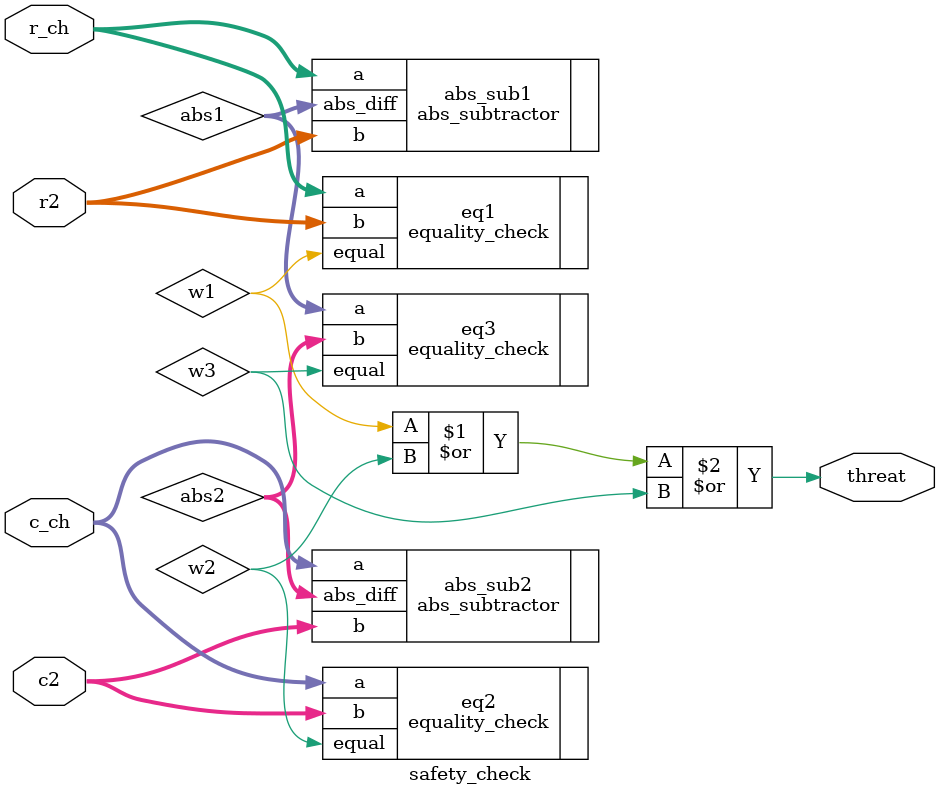
<source format=sv>
`timescale 1ns/1ns
module safety_check(
    input [2:0] r_ch, c_ch, r2, c2,
    output threat
);

    wire [2:0]  abs1, abs2;
    wire w1, w2, w3;
    abs_subtractor abs_sub1 (.a(r_ch), .b(r2), .abs_diff(abs1)),
                   abs_sub2 (.a(c_ch), .b(c2), .abs_diff(abs2));
    equality_check eq1 (.a(r_ch), .b(r2), .equal(w1)),
                   eq2 (.a(c_ch), .b(c2), .equal(w2)),
                   eq3 (.a(abs1), .b(abs2), .equal(w3));
    assign threat = (w1 | w2 | w3);

endmodule
</source>
